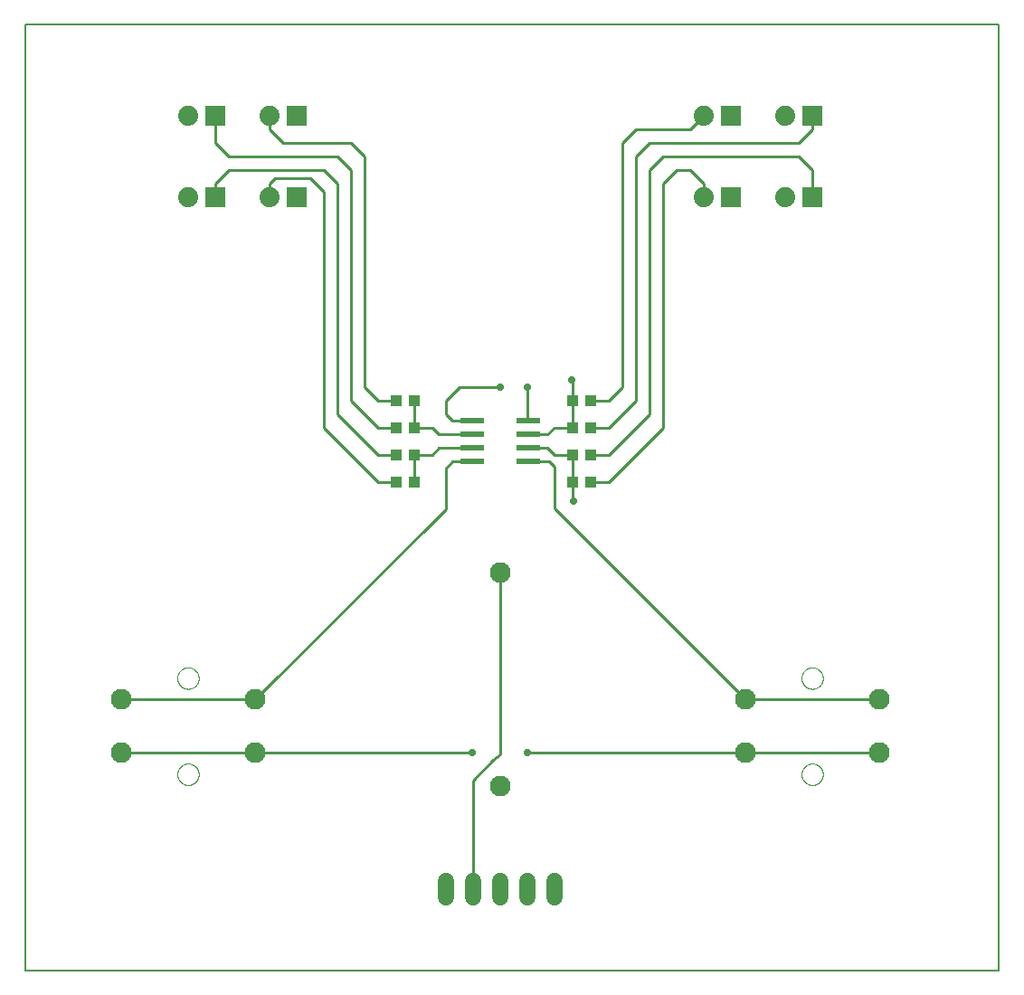
<source format=gtl>
G75*
%MOIN*%
%OFA0B0*%
%FSLAX25Y25*%
%IPPOS*%
%LPD*%
%AMOC8*
5,1,8,0,0,1.08239X$1,22.5*
%
%ADD10C,0.00600*%
%ADD11C,0.07677*%
%ADD12R,0.07400X0.07400*%
%ADD13C,0.07400*%
%ADD14C,0.00000*%
%ADD15R,0.03937X0.04331*%
%ADD16R,0.08661X0.02362*%
%ADD17C,0.06000*%
%ADD18C,0.01000*%
%ADD19C,0.02778*%
D10*
X0001300Y0001300D02*
X0001300Y0350001D01*
X0360001Y0350001D01*
X0360001Y0001300D01*
X0001300Y0001300D01*
D11*
X0036694Y0081457D03*
X0036694Y0101143D03*
X0085906Y0101143D03*
X0085906Y0081457D03*
X0176300Y0069213D03*
X0176300Y0147954D03*
X0266694Y0101143D03*
X0266694Y0081457D03*
X0315906Y0081457D03*
X0315906Y0101143D03*
D12*
X0291300Y0286300D03*
X0261300Y0286300D03*
X0261300Y0316300D03*
X0291300Y0316300D03*
X0101300Y0316300D03*
X0101300Y0286300D03*
X0071300Y0286300D03*
X0071300Y0316300D03*
D13*
X0061300Y0316300D03*
X0061300Y0286300D03*
X0091300Y0286300D03*
X0091300Y0316300D03*
X0251300Y0316300D03*
X0281300Y0316300D03*
X0281300Y0286300D03*
X0251300Y0286300D03*
D14*
X0287363Y0109017D02*
X0287365Y0109142D01*
X0287371Y0109267D01*
X0287381Y0109391D01*
X0287395Y0109515D01*
X0287412Y0109639D01*
X0287434Y0109762D01*
X0287460Y0109884D01*
X0287489Y0110006D01*
X0287522Y0110126D01*
X0287560Y0110245D01*
X0287600Y0110364D01*
X0287645Y0110480D01*
X0287693Y0110595D01*
X0287745Y0110709D01*
X0287801Y0110821D01*
X0287860Y0110931D01*
X0287922Y0111039D01*
X0287988Y0111146D01*
X0288057Y0111250D01*
X0288130Y0111351D01*
X0288205Y0111451D01*
X0288284Y0111548D01*
X0288366Y0111642D01*
X0288451Y0111734D01*
X0288538Y0111823D01*
X0288629Y0111909D01*
X0288722Y0111992D01*
X0288818Y0112073D01*
X0288916Y0112150D01*
X0289016Y0112224D01*
X0289119Y0112295D01*
X0289224Y0112362D01*
X0289332Y0112427D01*
X0289441Y0112487D01*
X0289552Y0112545D01*
X0289665Y0112598D01*
X0289779Y0112648D01*
X0289895Y0112695D01*
X0290012Y0112737D01*
X0290131Y0112776D01*
X0290251Y0112812D01*
X0290372Y0112843D01*
X0290494Y0112871D01*
X0290616Y0112894D01*
X0290740Y0112914D01*
X0290864Y0112930D01*
X0290988Y0112942D01*
X0291113Y0112950D01*
X0291238Y0112954D01*
X0291362Y0112954D01*
X0291487Y0112950D01*
X0291612Y0112942D01*
X0291736Y0112930D01*
X0291860Y0112914D01*
X0291984Y0112894D01*
X0292106Y0112871D01*
X0292228Y0112843D01*
X0292349Y0112812D01*
X0292469Y0112776D01*
X0292588Y0112737D01*
X0292705Y0112695D01*
X0292821Y0112648D01*
X0292935Y0112598D01*
X0293048Y0112545D01*
X0293159Y0112487D01*
X0293269Y0112427D01*
X0293376Y0112362D01*
X0293481Y0112295D01*
X0293584Y0112224D01*
X0293684Y0112150D01*
X0293782Y0112073D01*
X0293878Y0111992D01*
X0293971Y0111909D01*
X0294062Y0111823D01*
X0294149Y0111734D01*
X0294234Y0111642D01*
X0294316Y0111548D01*
X0294395Y0111451D01*
X0294470Y0111351D01*
X0294543Y0111250D01*
X0294612Y0111146D01*
X0294678Y0111039D01*
X0294740Y0110931D01*
X0294799Y0110821D01*
X0294855Y0110709D01*
X0294907Y0110595D01*
X0294955Y0110480D01*
X0295000Y0110364D01*
X0295040Y0110245D01*
X0295078Y0110126D01*
X0295111Y0110006D01*
X0295140Y0109884D01*
X0295166Y0109762D01*
X0295188Y0109639D01*
X0295205Y0109515D01*
X0295219Y0109391D01*
X0295229Y0109267D01*
X0295235Y0109142D01*
X0295237Y0109017D01*
X0295235Y0108892D01*
X0295229Y0108767D01*
X0295219Y0108643D01*
X0295205Y0108519D01*
X0295188Y0108395D01*
X0295166Y0108272D01*
X0295140Y0108150D01*
X0295111Y0108028D01*
X0295078Y0107908D01*
X0295040Y0107789D01*
X0295000Y0107670D01*
X0294955Y0107554D01*
X0294907Y0107439D01*
X0294855Y0107325D01*
X0294799Y0107213D01*
X0294740Y0107103D01*
X0294678Y0106995D01*
X0294612Y0106888D01*
X0294543Y0106784D01*
X0294470Y0106683D01*
X0294395Y0106583D01*
X0294316Y0106486D01*
X0294234Y0106392D01*
X0294149Y0106300D01*
X0294062Y0106211D01*
X0293971Y0106125D01*
X0293878Y0106042D01*
X0293782Y0105961D01*
X0293684Y0105884D01*
X0293584Y0105810D01*
X0293481Y0105739D01*
X0293376Y0105672D01*
X0293268Y0105607D01*
X0293159Y0105547D01*
X0293048Y0105489D01*
X0292935Y0105436D01*
X0292821Y0105386D01*
X0292705Y0105339D01*
X0292588Y0105297D01*
X0292469Y0105258D01*
X0292349Y0105222D01*
X0292228Y0105191D01*
X0292106Y0105163D01*
X0291984Y0105140D01*
X0291860Y0105120D01*
X0291736Y0105104D01*
X0291612Y0105092D01*
X0291487Y0105084D01*
X0291362Y0105080D01*
X0291238Y0105080D01*
X0291113Y0105084D01*
X0290988Y0105092D01*
X0290864Y0105104D01*
X0290740Y0105120D01*
X0290616Y0105140D01*
X0290494Y0105163D01*
X0290372Y0105191D01*
X0290251Y0105222D01*
X0290131Y0105258D01*
X0290012Y0105297D01*
X0289895Y0105339D01*
X0289779Y0105386D01*
X0289665Y0105436D01*
X0289552Y0105489D01*
X0289441Y0105547D01*
X0289331Y0105607D01*
X0289224Y0105672D01*
X0289119Y0105739D01*
X0289016Y0105810D01*
X0288916Y0105884D01*
X0288818Y0105961D01*
X0288722Y0106042D01*
X0288629Y0106125D01*
X0288538Y0106211D01*
X0288451Y0106300D01*
X0288366Y0106392D01*
X0288284Y0106486D01*
X0288205Y0106583D01*
X0288130Y0106683D01*
X0288057Y0106784D01*
X0287988Y0106888D01*
X0287922Y0106995D01*
X0287860Y0107103D01*
X0287801Y0107213D01*
X0287745Y0107325D01*
X0287693Y0107439D01*
X0287645Y0107554D01*
X0287600Y0107670D01*
X0287560Y0107789D01*
X0287522Y0107908D01*
X0287489Y0108028D01*
X0287460Y0108150D01*
X0287434Y0108272D01*
X0287412Y0108395D01*
X0287395Y0108519D01*
X0287381Y0108643D01*
X0287371Y0108767D01*
X0287365Y0108892D01*
X0287363Y0109017D01*
X0287363Y0073583D02*
X0287365Y0073708D01*
X0287371Y0073833D01*
X0287381Y0073957D01*
X0287395Y0074081D01*
X0287412Y0074205D01*
X0287434Y0074328D01*
X0287460Y0074450D01*
X0287489Y0074572D01*
X0287522Y0074692D01*
X0287560Y0074811D01*
X0287600Y0074930D01*
X0287645Y0075046D01*
X0287693Y0075161D01*
X0287745Y0075275D01*
X0287801Y0075387D01*
X0287860Y0075497D01*
X0287922Y0075605D01*
X0287988Y0075712D01*
X0288057Y0075816D01*
X0288130Y0075917D01*
X0288205Y0076017D01*
X0288284Y0076114D01*
X0288366Y0076208D01*
X0288451Y0076300D01*
X0288538Y0076389D01*
X0288629Y0076475D01*
X0288722Y0076558D01*
X0288818Y0076639D01*
X0288916Y0076716D01*
X0289016Y0076790D01*
X0289119Y0076861D01*
X0289224Y0076928D01*
X0289332Y0076993D01*
X0289441Y0077053D01*
X0289552Y0077111D01*
X0289665Y0077164D01*
X0289779Y0077214D01*
X0289895Y0077261D01*
X0290012Y0077303D01*
X0290131Y0077342D01*
X0290251Y0077378D01*
X0290372Y0077409D01*
X0290494Y0077437D01*
X0290616Y0077460D01*
X0290740Y0077480D01*
X0290864Y0077496D01*
X0290988Y0077508D01*
X0291113Y0077516D01*
X0291238Y0077520D01*
X0291362Y0077520D01*
X0291487Y0077516D01*
X0291612Y0077508D01*
X0291736Y0077496D01*
X0291860Y0077480D01*
X0291984Y0077460D01*
X0292106Y0077437D01*
X0292228Y0077409D01*
X0292349Y0077378D01*
X0292469Y0077342D01*
X0292588Y0077303D01*
X0292705Y0077261D01*
X0292821Y0077214D01*
X0292935Y0077164D01*
X0293048Y0077111D01*
X0293159Y0077053D01*
X0293269Y0076993D01*
X0293376Y0076928D01*
X0293481Y0076861D01*
X0293584Y0076790D01*
X0293684Y0076716D01*
X0293782Y0076639D01*
X0293878Y0076558D01*
X0293971Y0076475D01*
X0294062Y0076389D01*
X0294149Y0076300D01*
X0294234Y0076208D01*
X0294316Y0076114D01*
X0294395Y0076017D01*
X0294470Y0075917D01*
X0294543Y0075816D01*
X0294612Y0075712D01*
X0294678Y0075605D01*
X0294740Y0075497D01*
X0294799Y0075387D01*
X0294855Y0075275D01*
X0294907Y0075161D01*
X0294955Y0075046D01*
X0295000Y0074930D01*
X0295040Y0074811D01*
X0295078Y0074692D01*
X0295111Y0074572D01*
X0295140Y0074450D01*
X0295166Y0074328D01*
X0295188Y0074205D01*
X0295205Y0074081D01*
X0295219Y0073957D01*
X0295229Y0073833D01*
X0295235Y0073708D01*
X0295237Y0073583D01*
X0295235Y0073458D01*
X0295229Y0073333D01*
X0295219Y0073209D01*
X0295205Y0073085D01*
X0295188Y0072961D01*
X0295166Y0072838D01*
X0295140Y0072716D01*
X0295111Y0072594D01*
X0295078Y0072474D01*
X0295040Y0072355D01*
X0295000Y0072236D01*
X0294955Y0072120D01*
X0294907Y0072005D01*
X0294855Y0071891D01*
X0294799Y0071779D01*
X0294740Y0071669D01*
X0294678Y0071561D01*
X0294612Y0071454D01*
X0294543Y0071350D01*
X0294470Y0071249D01*
X0294395Y0071149D01*
X0294316Y0071052D01*
X0294234Y0070958D01*
X0294149Y0070866D01*
X0294062Y0070777D01*
X0293971Y0070691D01*
X0293878Y0070608D01*
X0293782Y0070527D01*
X0293684Y0070450D01*
X0293584Y0070376D01*
X0293481Y0070305D01*
X0293376Y0070238D01*
X0293268Y0070173D01*
X0293159Y0070113D01*
X0293048Y0070055D01*
X0292935Y0070002D01*
X0292821Y0069952D01*
X0292705Y0069905D01*
X0292588Y0069863D01*
X0292469Y0069824D01*
X0292349Y0069788D01*
X0292228Y0069757D01*
X0292106Y0069729D01*
X0291984Y0069706D01*
X0291860Y0069686D01*
X0291736Y0069670D01*
X0291612Y0069658D01*
X0291487Y0069650D01*
X0291362Y0069646D01*
X0291238Y0069646D01*
X0291113Y0069650D01*
X0290988Y0069658D01*
X0290864Y0069670D01*
X0290740Y0069686D01*
X0290616Y0069706D01*
X0290494Y0069729D01*
X0290372Y0069757D01*
X0290251Y0069788D01*
X0290131Y0069824D01*
X0290012Y0069863D01*
X0289895Y0069905D01*
X0289779Y0069952D01*
X0289665Y0070002D01*
X0289552Y0070055D01*
X0289441Y0070113D01*
X0289331Y0070173D01*
X0289224Y0070238D01*
X0289119Y0070305D01*
X0289016Y0070376D01*
X0288916Y0070450D01*
X0288818Y0070527D01*
X0288722Y0070608D01*
X0288629Y0070691D01*
X0288538Y0070777D01*
X0288451Y0070866D01*
X0288366Y0070958D01*
X0288284Y0071052D01*
X0288205Y0071149D01*
X0288130Y0071249D01*
X0288057Y0071350D01*
X0287988Y0071454D01*
X0287922Y0071561D01*
X0287860Y0071669D01*
X0287801Y0071779D01*
X0287745Y0071891D01*
X0287693Y0072005D01*
X0287645Y0072120D01*
X0287600Y0072236D01*
X0287560Y0072355D01*
X0287522Y0072474D01*
X0287489Y0072594D01*
X0287460Y0072716D01*
X0287434Y0072838D01*
X0287412Y0072961D01*
X0287395Y0073085D01*
X0287381Y0073209D01*
X0287371Y0073333D01*
X0287365Y0073458D01*
X0287363Y0073583D01*
X0057363Y0073583D02*
X0057365Y0073708D01*
X0057371Y0073833D01*
X0057381Y0073957D01*
X0057395Y0074081D01*
X0057412Y0074205D01*
X0057434Y0074328D01*
X0057460Y0074450D01*
X0057489Y0074572D01*
X0057522Y0074692D01*
X0057560Y0074811D01*
X0057600Y0074930D01*
X0057645Y0075046D01*
X0057693Y0075161D01*
X0057745Y0075275D01*
X0057801Y0075387D01*
X0057860Y0075497D01*
X0057922Y0075605D01*
X0057988Y0075712D01*
X0058057Y0075816D01*
X0058130Y0075917D01*
X0058205Y0076017D01*
X0058284Y0076114D01*
X0058366Y0076208D01*
X0058451Y0076300D01*
X0058538Y0076389D01*
X0058629Y0076475D01*
X0058722Y0076558D01*
X0058818Y0076639D01*
X0058916Y0076716D01*
X0059016Y0076790D01*
X0059119Y0076861D01*
X0059224Y0076928D01*
X0059332Y0076993D01*
X0059441Y0077053D01*
X0059552Y0077111D01*
X0059665Y0077164D01*
X0059779Y0077214D01*
X0059895Y0077261D01*
X0060012Y0077303D01*
X0060131Y0077342D01*
X0060251Y0077378D01*
X0060372Y0077409D01*
X0060494Y0077437D01*
X0060616Y0077460D01*
X0060740Y0077480D01*
X0060864Y0077496D01*
X0060988Y0077508D01*
X0061113Y0077516D01*
X0061238Y0077520D01*
X0061362Y0077520D01*
X0061487Y0077516D01*
X0061612Y0077508D01*
X0061736Y0077496D01*
X0061860Y0077480D01*
X0061984Y0077460D01*
X0062106Y0077437D01*
X0062228Y0077409D01*
X0062349Y0077378D01*
X0062469Y0077342D01*
X0062588Y0077303D01*
X0062705Y0077261D01*
X0062821Y0077214D01*
X0062935Y0077164D01*
X0063048Y0077111D01*
X0063159Y0077053D01*
X0063269Y0076993D01*
X0063376Y0076928D01*
X0063481Y0076861D01*
X0063584Y0076790D01*
X0063684Y0076716D01*
X0063782Y0076639D01*
X0063878Y0076558D01*
X0063971Y0076475D01*
X0064062Y0076389D01*
X0064149Y0076300D01*
X0064234Y0076208D01*
X0064316Y0076114D01*
X0064395Y0076017D01*
X0064470Y0075917D01*
X0064543Y0075816D01*
X0064612Y0075712D01*
X0064678Y0075605D01*
X0064740Y0075497D01*
X0064799Y0075387D01*
X0064855Y0075275D01*
X0064907Y0075161D01*
X0064955Y0075046D01*
X0065000Y0074930D01*
X0065040Y0074811D01*
X0065078Y0074692D01*
X0065111Y0074572D01*
X0065140Y0074450D01*
X0065166Y0074328D01*
X0065188Y0074205D01*
X0065205Y0074081D01*
X0065219Y0073957D01*
X0065229Y0073833D01*
X0065235Y0073708D01*
X0065237Y0073583D01*
X0065235Y0073458D01*
X0065229Y0073333D01*
X0065219Y0073209D01*
X0065205Y0073085D01*
X0065188Y0072961D01*
X0065166Y0072838D01*
X0065140Y0072716D01*
X0065111Y0072594D01*
X0065078Y0072474D01*
X0065040Y0072355D01*
X0065000Y0072236D01*
X0064955Y0072120D01*
X0064907Y0072005D01*
X0064855Y0071891D01*
X0064799Y0071779D01*
X0064740Y0071669D01*
X0064678Y0071561D01*
X0064612Y0071454D01*
X0064543Y0071350D01*
X0064470Y0071249D01*
X0064395Y0071149D01*
X0064316Y0071052D01*
X0064234Y0070958D01*
X0064149Y0070866D01*
X0064062Y0070777D01*
X0063971Y0070691D01*
X0063878Y0070608D01*
X0063782Y0070527D01*
X0063684Y0070450D01*
X0063584Y0070376D01*
X0063481Y0070305D01*
X0063376Y0070238D01*
X0063268Y0070173D01*
X0063159Y0070113D01*
X0063048Y0070055D01*
X0062935Y0070002D01*
X0062821Y0069952D01*
X0062705Y0069905D01*
X0062588Y0069863D01*
X0062469Y0069824D01*
X0062349Y0069788D01*
X0062228Y0069757D01*
X0062106Y0069729D01*
X0061984Y0069706D01*
X0061860Y0069686D01*
X0061736Y0069670D01*
X0061612Y0069658D01*
X0061487Y0069650D01*
X0061362Y0069646D01*
X0061238Y0069646D01*
X0061113Y0069650D01*
X0060988Y0069658D01*
X0060864Y0069670D01*
X0060740Y0069686D01*
X0060616Y0069706D01*
X0060494Y0069729D01*
X0060372Y0069757D01*
X0060251Y0069788D01*
X0060131Y0069824D01*
X0060012Y0069863D01*
X0059895Y0069905D01*
X0059779Y0069952D01*
X0059665Y0070002D01*
X0059552Y0070055D01*
X0059441Y0070113D01*
X0059331Y0070173D01*
X0059224Y0070238D01*
X0059119Y0070305D01*
X0059016Y0070376D01*
X0058916Y0070450D01*
X0058818Y0070527D01*
X0058722Y0070608D01*
X0058629Y0070691D01*
X0058538Y0070777D01*
X0058451Y0070866D01*
X0058366Y0070958D01*
X0058284Y0071052D01*
X0058205Y0071149D01*
X0058130Y0071249D01*
X0058057Y0071350D01*
X0057988Y0071454D01*
X0057922Y0071561D01*
X0057860Y0071669D01*
X0057801Y0071779D01*
X0057745Y0071891D01*
X0057693Y0072005D01*
X0057645Y0072120D01*
X0057600Y0072236D01*
X0057560Y0072355D01*
X0057522Y0072474D01*
X0057489Y0072594D01*
X0057460Y0072716D01*
X0057434Y0072838D01*
X0057412Y0072961D01*
X0057395Y0073085D01*
X0057381Y0073209D01*
X0057371Y0073333D01*
X0057365Y0073458D01*
X0057363Y0073583D01*
X0057363Y0109017D02*
X0057365Y0109142D01*
X0057371Y0109267D01*
X0057381Y0109391D01*
X0057395Y0109515D01*
X0057412Y0109639D01*
X0057434Y0109762D01*
X0057460Y0109884D01*
X0057489Y0110006D01*
X0057522Y0110126D01*
X0057560Y0110245D01*
X0057600Y0110364D01*
X0057645Y0110480D01*
X0057693Y0110595D01*
X0057745Y0110709D01*
X0057801Y0110821D01*
X0057860Y0110931D01*
X0057922Y0111039D01*
X0057988Y0111146D01*
X0058057Y0111250D01*
X0058130Y0111351D01*
X0058205Y0111451D01*
X0058284Y0111548D01*
X0058366Y0111642D01*
X0058451Y0111734D01*
X0058538Y0111823D01*
X0058629Y0111909D01*
X0058722Y0111992D01*
X0058818Y0112073D01*
X0058916Y0112150D01*
X0059016Y0112224D01*
X0059119Y0112295D01*
X0059224Y0112362D01*
X0059332Y0112427D01*
X0059441Y0112487D01*
X0059552Y0112545D01*
X0059665Y0112598D01*
X0059779Y0112648D01*
X0059895Y0112695D01*
X0060012Y0112737D01*
X0060131Y0112776D01*
X0060251Y0112812D01*
X0060372Y0112843D01*
X0060494Y0112871D01*
X0060616Y0112894D01*
X0060740Y0112914D01*
X0060864Y0112930D01*
X0060988Y0112942D01*
X0061113Y0112950D01*
X0061238Y0112954D01*
X0061362Y0112954D01*
X0061487Y0112950D01*
X0061612Y0112942D01*
X0061736Y0112930D01*
X0061860Y0112914D01*
X0061984Y0112894D01*
X0062106Y0112871D01*
X0062228Y0112843D01*
X0062349Y0112812D01*
X0062469Y0112776D01*
X0062588Y0112737D01*
X0062705Y0112695D01*
X0062821Y0112648D01*
X0062935Y0112598D01*
X0063048Y0112545D01*
X0063159Y0112487D01*
X0063269Y0112427D01*
X0063376Y0112362D01*
X0063481Y0112295D01*
X0063584Y0112224D01*
X0063684Y0112150D01*
X0063782Y0112073D01*
X0063878Y0111992D01*
X0063971Y0111909D01*
X0064062Y0111823D01*
X0064149Y0111734D01*
X0064234Y0111642D01*
X0064316Y0111548D01*
X0064395Y0111451D01*
X0064470Y0111351D01*
X0064543Y0111250D01*
X0064612Y0111146D01*
X0064678Y0111039D01*
X0064740Y0110931D01*
X0064799Y0110821D01*
X0064855Y0110709D01*
X0064907Y0110595D01*
X0064955Y0110480D01*
X0065000Y0110364D01*
X0065040Y0110245D01*
X0065078Y0110126D01*
X0065111Y0110006D01*
X0065140Y0109884D01*
X0065166Y0109762D01*
X0065188Y0109639D01*
X0065205Y0109515D01*
X0065219Y0109391D01*
X0065229Y0109267D01*
X0065235Y0109142D01*
X0065237Y0109017D01*
X0065235Y0108892D01*
X0065229Y0108767D01*
X0065219Y0108643D01*
X0065205Y0108519D01*
X0065188Y0108395D01*
X0065166Y0108272D01*
X0065140Y0108150D01*
X0065111Y0108028D01*
X0065078Y0107908D01*
X0065040Y0107789D01*
X0065000Y0107670D01*
X0064955Y0107554D01*
X0064907Y0107439D01*
X0064855Y0107325D01*
X0064799Y0107213D01*
X0064740Y0107103D01*
X0064678Y0106995D01*
X0064612Y0106888D01*
X0064543Y0106784D01*
X0064470Y0106683D01*
X0064395Y0106583D01*
X0064316Y0106486D01*
X0064234Y0106392D01*
X0064149Y0106300D01*
X0064062Y0106211D01*
X0063971Y0106125D01*
X0063878Y0106042D01*
X0063782Y0105961D01*
X0063684Y0105884D01*
X0063584Y0105810D01*
X0063481Y0105739D01*
X0063376Y0105672D01*
X0063268Y0105607D01*
X0063159Y0105547D01*
X0063048Y0105489D01*
X0062935Y0105436D01*
X0062821Y0105386D01*
X0062705Y0105339D01*
X0062588Y0105297D01*
X0062469Y0105258D01*
X0062349Y0105222D01*
X0062228Y0105191D01*
X0062106Y0105163D01*
X0061984Y0105140D01*
X0061860Y0105120D01*
X0061736Y0105104D01*
X0061612Y0105092D01*
X0061487Y0105084D01*
X0061362Y0105080D01*
X0061238Y0105080D01*
X0061113Y0105084D01*
X0060988Y0105092D01*
X0060864Y0105104D01*
X0060740Y0105120D01*
X0060616Y0105140D01*
X0060494Y0105163D01*
X0060372Y0105191D01*
X0060251Y0105222D01*
X0060131Y0105258D01*
X0060012Y0105297D01*
X0059895Y0105339D01*
X0059779Y0105386D01*
X0059665Y0105436D01*
X0059552Y0105489D01*
X0059441Y0105547D01*
X0059331Y0105607D01*
X0059224Y0105672D01*
X0059119Y0105739D01*
X0059016Y0105810D01*
X0058916Y0105884D01*
X0058818Y0105961D01*
X0058722Y0106042D01*
X0058629Y0106125D01*
X0058538Y0106211D01*
X0058451Y0106300D01*
X0058366Y0106392D01*
X0058284Y0106486D01*
X0058205Y0106583D01*
X0058130Y0106683D01*
X0058057Y0106784D01*
X0057988Y0106888D01*
X0057922Y0106995D01*
X0057860Y0107103D01*
X0057801Y0107213D01*
X0057745Y0107325D01*
X0057693Y0107439D01*
X0057645Y0107554D01*
X0057600Y0107670D01*
X0057560Y0107789D01*
X0057522Y0107908D01*
X0057489Y0108028D01*
X0057460Y0108150D01*
X0057434Y0108272D01*
X0057412Y0108395D01*
X0057395Y0108519D01*
X0057381Y0108643D01*
X0057371Y0108767D01*
X0057365Y0108892D01*
X0057363Y0109017D01*
D15*
X0137954Y0181300D03*
X0144646Y0181300D03*
X0144646Y0191300D03*
X0137954Y0191300D03*
X0137954Y0201300D03*
X0144646Y0201300D03*
X0144646Y0211300D03*
X0137954Y0211300D03*
X0202954Y0211300D03*
X0209646Y0211300D03*
X0209646Y0201300D03*
X0202954Y0201300D03*
X0202954Y0191300D03*
X0209646Y0191300D03*
X0209646Y0181300D03*
X0202954Y0181300D03*
D16*
X0186536Y0188800D03*
X0186536Y0193800D03*
X0186536Y0198800D03*
X0186536Y0203800D03*
X0166064Y0203800D03*
X0166064Y0198800D03*
X0166064Y0193800D03*
X0166064Y0188800D03*
D17*
X0166300Y0034300D02*
X0166300Y0028300D01*
X0176300Y0028300D02*
X0176300Y0034300D01*
X0186300Y0034300D02*
X0186300Y0028300D01*
X0196300Y0028300D02*
X0196300Y0034300D01*
X0156300Y0034300D02*
X0156300Y0028300D01*
D18*
X0166300Y0031300D02*
X0166300Y0071300D01*
X0173800Y0078800D01*
X0176300Y0080954D01*
X0176300Y0147954D01*
X0156300Y0171300D02*
X0086143Y0101143D01*
X0085906Y0101143D01*
X0036694Y0101143D01*
X0036694Y0081457D02*
X0085906Y0081457D01*
X0166143Y0081457D01*
X0186457Y0081457D02*
X0266694Y0081457D01*
X0315906Y0081457D01*
X0315906Y0101143D02*
X0266694Y0101143D01*
X0196300Y0171536D01*
X0196300Y0186800D01*
X0194300Y0188800D01*
X0186536Y0188800D01*
X0186536Y0193800D02*
X0193800Y0193800D01*
X0196300Y0191300D01*
X0202954Y0191300D01*
X0202954Y0181300D01*
X0202954Y0174646D01*
X0203300Y0174300D01*
X0209646Y0181300D02*
X0216300Y0181300D01*
X0236300Y0201300D01*
X0236300Y0291300D01*
X0241300Y0296300D01*
X0246300Y0296300D01*
X0251300Y0291300D01*
X0251300Y0286300D01*
X0236300Y0301300D02*
X0286300Y0301300D01*
X0291300Y0296300D01*
X0291300Y0286300D01*
X0286300Y0306300D02*
X0291300Y0311300D01*
X0291300Y0316300D01*
X0286300Y0306300D02*
X0231300Y0306300D01*
X0226300Y0301300D01*
X0226300Y0211300D01*
X0216300Y0201300D01*
X0209646Y0201300D01*
X0202954Y0201300D02*
X0202954Y0211300D01*
X0202954Y0218646D01*
X0202800Y0218800D01*
X0209646Y0211300D02*
X0216300Y0211300D01*
X0221300Y0216300D01*
X0221300Y0306300D01*
X0226300Y0311300D01*
X0246300Y0311300D01*
X0251300Y0316300D01*
X0236300Y0301300D02*
X0231300Y0296300D01*
X0231300Y0206300D01*
X0216300Y0191300D01*
X0209646Y0191300D01*
X0202954Y0201300D02*
X0196300Y0201300D01*
X0193800Y0198800D01*
X0186536Y0198800D01*
X0186536Y0203800D02*
X0186300Y0204036D01*
X0186300Y0216300D01*
X0176300Y0216300D02*
X0161300Y0216300D01*
X0156300Y0211300D01*
X0156300Y0206300D01*
X0158800Y0203800D01*
X0166064Y0203800D01*
X0166064Y0198800D02*
X0153800Y0198800D01*
X0151300Y0201300D01*
X0144646Y0201300D01*
X0144646Y0211300D01*
X0137954Y0211300D02*
X0131300Y0211300D01*
X0126300Y0216300D01*
X0126300Y0301300D01*
X0121300Y0306300D01*
X0096300Y0306300D01*
X0091300Y0311300D01*
X0091300Y0316300D01*
X0076300Y0301300D02*
X0116300Y0301300D01*
X0121300Y0296300D01*
X0121300Y0211300D01*
X0131300Y0201300D01*
X0137954Y0201300D01*
X0137954Y0191300D02*
X0131300Y0191300D01*
X0116300Y0206300D01*
X0116300Y0291300D01*
X0111300Y0296300D01*
X0076300Y0296300D01*
X0071300Y0291300D01*
X0071300Y0286300D01*
X0076300Y0301300D02*
X0071300Y0306300D01*
X0071300Y0316300D01*
X0093300Y0293300D02*
X0091300Y0291300D01*
X0091300Y0286300D01*
X0093300Y0293300D02*
X0106300Y0293300D01*
X0111300Y0288300D01*
X0111300Y0201300D01*
X0131300Y0181300D01*
X0137954Y0181300D01*
X0144646Y0181300D02*
X0144646Y0191300D01*
X0151300Y0191300D01*
X0153800Y0193800D01*
X0166064Y0193800D01*
X0166064Y0188800D02*
X0158800Y0188800D01*
X0156300Y0186300D01*
X0156300Y0171300D01*
D19*
X0203300Y0174300D03*
X0186300Y0216300D03*
X0176300Y0216300D03*
X0202800Y0218800D03*
X0186457Y0081457D03*
X0166143Y0081457D03*
M02*

</source>
